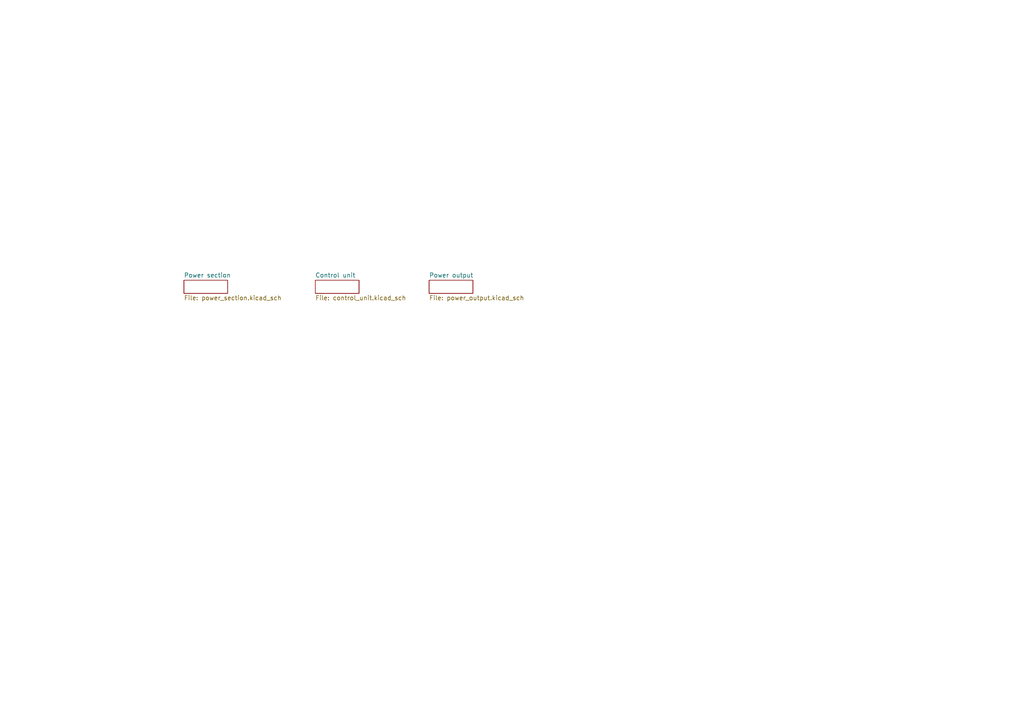
<source format=kicad_sch>
(kicad_sch
	(version 20231120)
	(generator "eeschema")
	(generator_version "8.0")
	(uuid "5038df67-84db-4f5f-85a6-7e89444ca8b3")
	(paper "A4")
	(lib_symbols)
	(sheet
		(at 91.44 81.28)
		(size 12.7 3.81)
		(fields_autoplaced yes)
		(stroke
			(width 0.1524)
			(type solid)
		)
		(fill
			(color 0 0 0 0.0000)
		)
		(uuid "0863ea39-09a1-4380-8997-1cae91e2d22f")
		(property "Sheetname" "Control unit"
			(at 91.44 80.5684 0)
			(effects
				(font
					(size 1.27 1.27)
				)
				(justify left bottom)
			)
		)
		(property "Sheetfile" "control_unit.kicad_sch"
			(at 91.44 85.6746 0)
			(effects
				(font
					(size 1.27 1.27)
				)
				(justify left top)
			)
		)
		(instances
			(project "cx-locontrol"
				(path "/5038df67-84db-4f5f-85a6-7e89444ca8b3"
					(page "3")
				)
			)
		)
	)
	(sheet
		(at 53.34 81.28)
		(size 12.7 3.81)
		(fields_autoplaced yes)
		(stroke
			(width 0.1524)
			(type solid)
		)
		(fill
			(color 0 0 0 0.0000)
		)
		(uuid "6b0764f9-1c63-40f2-b129-df1f6296e57b")
		(property "Sheetname" "Power section"
			(at 53.34 80.5684 0)
			(effects
				(font
					(size 1.27 1.27)
				)
				(justify left bottom)
			)
		)
		(property "Sheetfile" "power_section.kicad_sch"
			(at 53.34 85.6746 0)
			(effects
				(font
					(size 1.27 1.27)
				)
				(justify left top)
			)
		)
		(instances
			(project "cx-locontrol"
				(path "/5038df67-84db-4f5f-85a6-7e89444ca8b3"
					(page "2")
				)
			)
		)
	)
	(sheet
		(at 124.46 81.28)
		(size 12.7 3.81)
		(fields_autoplaced yes)
		(stroke
			(width 0.1524)
			(type solid)
		)
		(fill
			(color 0 0 0 0.0000)
		)
		(uuid "9a68cb9f-e9af-4fcf-856f-9262192c6fd6")
		(property "Sheetname" "Power output"
			(at 124.46 80.5684 0)
			(effects
				(font
					(size 1.27 1.27)
				)
				(justify left bottom)
			)
		)
		(property "Sheetfile" "power_output.kicad_sch"
			(at 124.46 85.6746 0)
			(effects
				(font
					(size 1.27 1.27)
				)
				(justify left top)
			)
		)
		(instances
			(project "cx-locontrol"
				(path "/5038df67-84db-4f5f-85a6-7e89444ca8b3"
					(page "4")
				)
			)
		)
	)
	(sheet_instances
		(path "/"
			(page "1")
		)
	)
)

</source>
